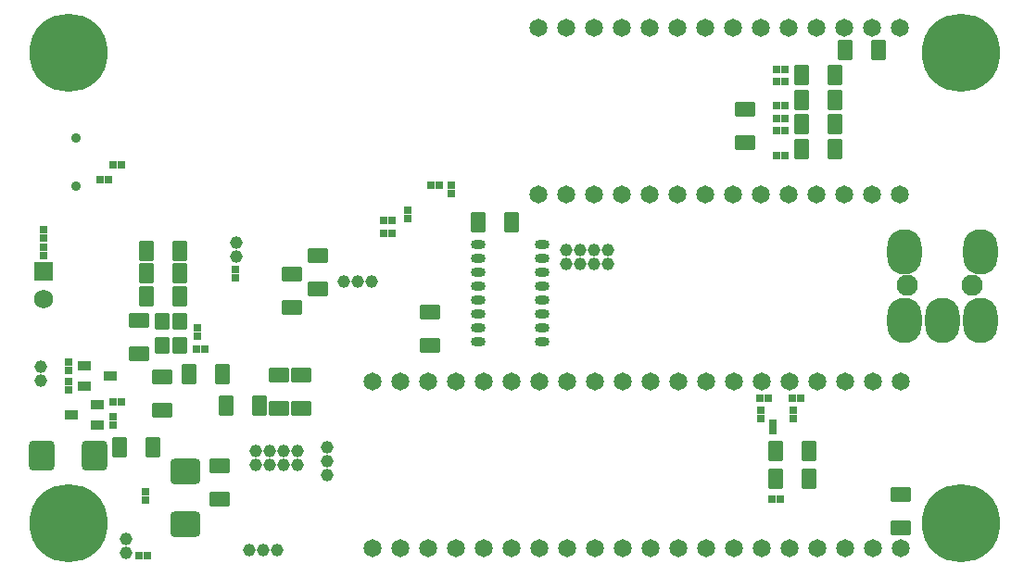
<source format=gbs>
G04 Layer_Color=16711935*
%FSLAX44Y44*%
%MOMM*%
G71*
G01*
G75*
%ADD63C,0.9000*%
%ADD80R,0.7500X0.6500*%
G04:AMPARAMS|DCode=84|XSize=1.35mm|YSize=1.85mm|CornerRadius=0.195mm|HoleSize=0mm|Usage=FLASHONLY|Rotation=90.000|XOffset=0mm|YOffset=0mm|HoleType=Round|Shape=RoundedRectangle|*
%AMROUNDEDRECTD84*
21,1,1.3500,1.4600,0,0,90.0*
21,1,0.9600,1.8500,0,0,90.0*
1,1,0.3900,0.7300,0.4800*
1,1,0.3900,0.7300,-0.4800*
1,1,0.3900,-0.7300,-0.4800*
1,1,0.3900,-0.7300,0.4800*
%
%ADD84ROUNDEDRECTD84*%
%ADD86R,0.6500X0.7500*%
G04:AMPARAMS|DCode=87|XSize=2.35mm|YSize=2.75mm|CornerRadius=0.405mm|HoleSize=0mm|Usage=FLASHONLY|Rotation=90.000|XOffset=0mm|YOffset=0mm|HoleType=Round|Shape=RoundedRectangle|*
%AMROUNDEDRECTD87*
21,1,2.3500,1.9400,0,0,90.0*
21,1,1.5400,2.7500,0,0,90.0*
1,1,0.8100,0.9700,0.7700*
1,1,0.8100,0.9700,-0.7700*
1,1,0.8100,-0.9700,-0.7700*
1,1,0.8100,-0.9700,0.7700*
%
%ADD87ROUNDEDRECTD87*%
%ADD88R,1.1500X0.8500*%
G04:AMPARAMS|DCode=92|XSize=2.35mm|YSize=2.75mm|CornerRadius=0.405mm|HoleSize=0mm|Usage=FLASHONLY|Rotation=0.000|XOffset=0mm|YOffset=0mm|HoleType=Round|Shape=RoundedRectangle|*
%AMROUNDEDRECTD92*
21,1,2.3500,1.9400,0,0,0.0*
21,1,1.5400,2.7500,0,0,0.0*
1,1,0.8100,0.7700,-0.9700*
1,1,0.8100,-0.7700,-0.9700*
1,1,0.8100,-0.7700,0.9700*
1,1,0.8100,0.7700,0.9700*
%
%ADD92ROUNDEDRECTD92*%
G04:AMPARAMS|DCode=94|XSize=1.35mm|YSize=1.85mm|CornerRadius=0.195mm|HoleSize=0mm|Usage=FLASHONLY|Rotation=180.000|XOffset=0mm|YOffset=0mm|HoleType=Round|Shape=RoundedRectangle|*
%AMROUNDEDRECTD94*
21,1,1.3500,1.4600,0,0,180.0*
21,1,0.9600,1.8500,0,0,180.0*
1,1,0.3900,-0.4800,0.7300*
1,1,0.3900,0.4800,0.7300*
1,1,0.3900,0.4800,-0.7300*
1,1,0.3900,-0.4800,-0.7300*
%
%ADD94ROUNDEDRECTD94*%
%ADD117C,7.1500*%
%ADD118C,1.9500*%
%ADD119O,3.1500X4.1500*%
%ADD120C,1.1500*%
%ADD121R,1.7500X1.7500*%
%ADD122C,1.7500*%
%ADD123C,1.6500*%
%ADD124O,1.3500X0.8500*%
G04:AMPARAMS|DCode=125|XSize=1.55mm|YSize=1.35mm|CornerRadius=0.195mm|HoleSize=0mm|Usage=FLASHONLY|Rotation=90.000|XOffset=0mm|YOffset=0mm|HoleType=Round|Shape=RoundedRectangle|*
%AMROUNDEDRECTD125*
21,1,1.5500,0.9600,0,0,90.0*
21,1,1.1600,1.3500,0,0,90.0*
1,1,0.3900,0.4800,0.5800*
1,1,0.3900,0.4800,-0.5800*
1,1,0.3900,-0.4800,-0.5800*
1,1,0.3900,-0.4800,0.5800*
%
%ADD125ROUNDEDRECTD125*%
D63*
X47000Y348000D02*
D03*
Y392000D02*
D03*
D80*
X672250Y135750D02*
D03*
Y143250D02*
D03*
X702250Y135750D02*
D03*
Y143250D02*
D03*
X683500Y131750D02*
D03*
Y124250D02*
D03*
X192500Y271750D02*
D03*
Y264250D02*
D03*
X110250Y69000D02*
D03*
Y61500D02*
D03*
X17000Y301000D02*
D03*
Y308500D02*
D03*
X17000Y285000D02*
D03*
Y292500D02*
D03*
X81000Y129500D02*
D03*
Y137000D02*
D03*
X40500Y187000D02*
D03*
Y179500D02*
D03*
Y169500D02*
D03*
Y162000D02*
D03*
X157750Y218500D02*
D03*
Y211000D02*
D03*
X350250Y318250D02*
D03*
Y325750D02*
D03*
X389750Y349250D02*
D03*
Y341750D02*
D03*
D84*
X800500Y66250D02*
D03*
Y35750D02*
D03*
X268000Y254000D02*
D03*
Y284500D02*
D03*
X244250Y267750D02*
D03*
Y237250D02*
D03*
X178000Y62000D02*
D03*
Y92500D02*
D03*
X104250Y195250D02*
D03*
Y225750D02*
D03*
X125250Y174000D02*
D03*
Y143500D02*
D03*
X232250Y175500D02*
D03*
Y145000D02*
D03*
X253000D02*
D03*
Y175500D02*
D03*
X370250Y233000D02*
D03*
Y202500D02*
D03*
X658000Y418500D02*
D03*
Y388000D02*
D03*
D86*
X671750Y154500D02*
D03*
X679250D02*
D03*
X701750Y154000D02*
D03*
X709250D02*
D03*
X687250Y376250D02*
D03*
X694750D02*
D03*
X687250Y421500D02*
D03*
X694750D02*
D03*
X687250Y410000D02*
D03*
X694750D02*
D03*
X687250Y455000D02*
D03*
X694750D02*
D03*
X687250Y399000D02*
D03*
X694750D02*
D03*
X687250Y444000D02*
D03*
X694750D02*
D03*
X690500Y62250D02*
D03*
X683000D02*
D03*
X69250Y354250D02*
D03*
X76750D02*
D03*
X81000Y367500D02*
D03*
X88500D02*
D03*
X112250Y10750D02*
D03*
X104750D02*
D03*
X80500Y151000D02*
D03*
X88000D02*
D03*
X157250Y198750D02*
D03*
X164750D02*
D03*
X378500Y348750D02*
D03*
X371000D02*
D03*
X335250Y305000D02*
D03*
X327750D02*
D03*
X335250Y317000D02*
D03*
X327750D02*
D03*
D87*
X147000Y39500D02*
D03*
Y87500D02*
D03*
D88*
X54500Y165000D02*
D03*
Y184000D02*
D03*
X78500Y174500D02*
D03*
X66500Y148500D02*
D03*
Y129500D02*
D03*
X42500Y139000D02*
D03*
D92*
X15500Y102000D02*
D03*
X63500D02*
D03*
D94*
X717000Y80500D02*
D03*
X686500D02*
D03*
X717000Y105750D02*
D03*
X686500D02*
D03*
X740000Y449500D02*
D03*
X709500D02*
D03*
X740000Y427000D02*
D03*
X709500D02*
D03*
X740000Y404500D02*
D03*
X709500D02*
D03*
X740000Y381750D02*
D03*
X709500D02*
D03*
X780000Y472250D02*
D03*
X749500D02*
D03*
X445000Y315000D02*
D03*
X414500D02*
D03*
X183750Y147500D02*
D03*
X214250D02*
D03*
X86750Y109500D02*
D03*
X117250D02*
D03*
X141750Y247250D02*
D03*
X111250D02*
D03*
X141750Y268250D02*
D03*
X111250D02*
D03*
X141750Y288750D02*
D03*
X111250D02*
D03*
X180500Y176500D02*
D03*
X150000D02*
D03*
D117*
X40000Y40000D02*
D03*
Y470000D02*
D03*
X855250D02*
D03*
Y40000D02*
D03*
D118*
X806000Y257250D02*
D03*
X866000Y257500D02*
D03*
D119*
X873500Y225250D02*
D03*
X838250D02*
D03*
X803500D02*
D03*
Y287750D02*
D03*
X873500D02*
D03*
D120*
X291750Y261000D02*
D03*
X317150D02*
D03*
X304450D02*
D03*
X193750Y284200D02*
D03*
Y296900D02*
D03*
X14500Y169950D02*
D03*
Y182650D02*
D03*
X92750Y25550D02*
D03*
Y12850D02*
D03*
X532900Y289850D02*
D03*
Y277150D02*
D03*
X520200Y289850D02*
D03*
Y277150D02*
D03*
X507500Y289850D02*
D03*
Y277150D02*
D03*
X494800Y289850D02*
D03*
Y277150D02*
D03*
X249150Y105600D02*
D03*
Y92900D02*
D03*
X236450Y105600D02*
D03*
Y92900D02*
D03*
X223750Y105600D02*
D03*
Y92900D02*
D03*
X211050Y105600D02*
D03*
Y92900D02*
D03*
X276250Y109750D02*
D03*
Y84350D02*
D03*
Y97050D02*
D03*
X217950Y15750D02*
D03*
X230650D02*
D03*
X205250D02*
D03*
D121*
X17000Y270200D02*
D03*
D122*
Y244800D02*
D03*
D123*
X800800Y169300D02*
D03*
X775400D02*
D03*
X750000D02*
D03*
X724600D02*
D03*
X699200D02*
D03*
X673800D02*
D03*
X648400D02*
D03*
X623000D02*
D03*
X597600D02*
D03*
X572200D02*
D03*
X546800D02*
D03*
X521400D02*
D03*
X496000D02*
D03*
X470600D02*
D03*
X445200D02*
D03*
X419800D02*
D03*
X394400D02*
D03*
X369000D02*
D03*
X343600D02*
D03*
X318200D02*
D03*
Y16900D02*
D03*
X343600D02*
D03*
X369000D02*
D03*
X394400D02*
D03*
X419800D02*
D03*
X445200D02*
D03*
X470600D02*
D03*
X496000D02*
D03*
X521400D02*
D03*
X546800D02*
D03*
X572200D02*
D03*
X597600D02*
D03*
X623000D02*
D03*
X648400D02*
D03*
X673800D02*
D03*
X699200D02*
D03*
X724600D02*
D03*
X750000D02*
D03*
X775400D02*
D03*
X800800D02*
D03*
X799900Y492800D02*
D03*
X774500D02*
D03*
X749100D02*
D03*
X723700D02*
D03*
X698300D02*
D03*
X672900D02*
D03*
X647500D02*
D03*
X622100D02*
D03*
X596700D02*
D03*
X571300D02*
D03*
X545900D02*
D03*
X520500D02*
D03*
X495100D02*
D03*
X469700D02*
D03*
Y340400D02*
D03*
X495100D02*
D03*
X520500D02*
D03*
X545900D02*
D03*
X571300D02*
D03*
X596700D02*
D03*
X622100D02*
D03*
X647500D02*
D03*
X672900D02*
D03*
X698300D02*
D03*
X723700D02*
D03*
X749100D02*
D03*
X774500D02*
D03*
X799900D02*
D03*
D124*
X414500Y206050D02*
D03*
Y218750D02*
D03*
Y231450D02*
D03*
Y244150D02*
D03*
Y256850D02*
D03*
Y269550D02*
D03*
Y282250D02*
D03*
Y294950D02*
D03*
X472750Y206050D02*
D03*
Y218750D02*
D03*
Y231450D02*
D03*
Y244150D02*
D03*
Y256850D02*
D03*
Y269550D02*
D03*
Y282250D02*
D03*
Y294950D02*
D03*
D125*
X125750Y224750D02*
D03*
X141750D02*
D03*
Y202750D02*
D03*
X125750D02*
D03*
M02*

</source>
